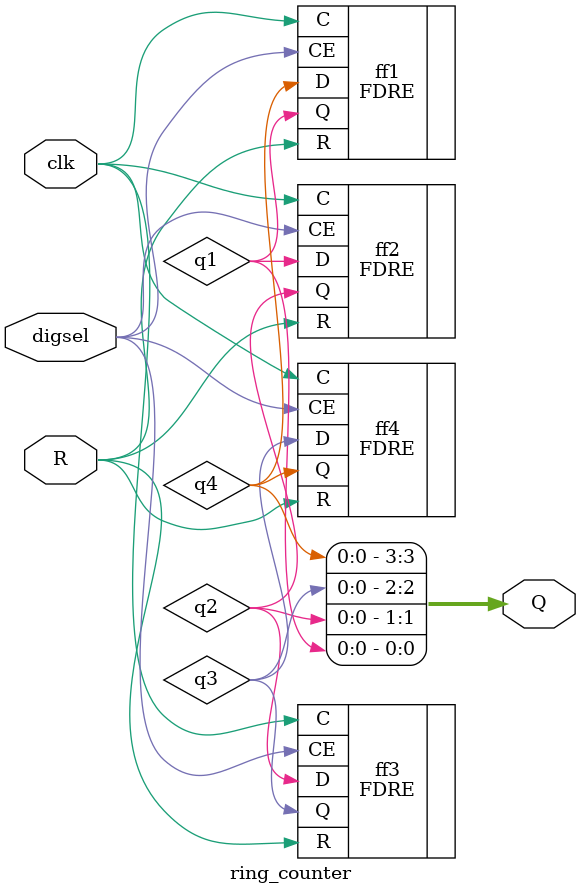
<source format=v>
`timescale 1ns / 1ps


module ring_counter(
    input clk, digsel, R,
    output [3:0] Q
    );
    
    wire q1, q2, q3, q4;
    wire d1, d2, d3, d4;
    
    FDRE #(.INIT(1'b1) ) ff1 (.C(clk), .R(R), .CE(digsel), .D(q4), .Q(q1));
    assign Q[3] = q4;
    FDRE #(.INIT(1'b0) ) ff2 (.C(clk), .R(R), .CE(digsel), .D(q1), .Q(q2));
    assign Q[2] = q3;
    FDRE #(.INIT(1'b0) ) ff3 (.C(clk), .R(R), .CE(digsel), .D(q2), .Q(q3));
    assign Q[1] = q2;
    FDRE #(.INIT(1'b0) ) ff4 (.C(clk), .R(R), .CE(digsel), .D(q3), .Q(q4));
    assign Q[0] = q1;
    
    

endmodule

</source>
